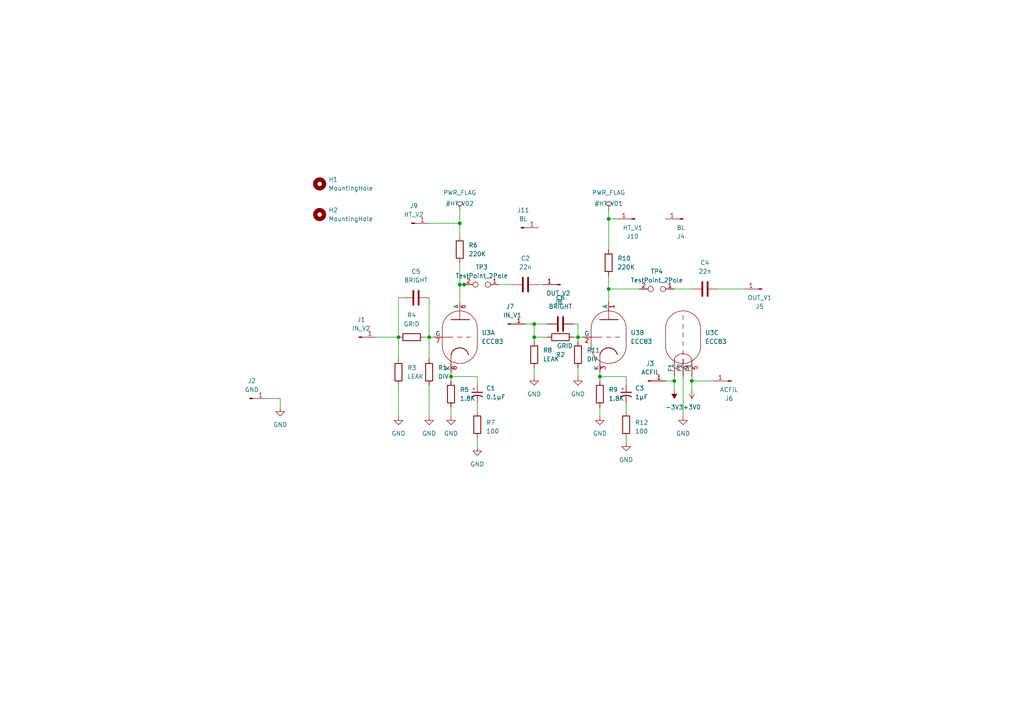
<source format=kicad_sch>
(kicad_sch (version 20230121) (generator eeschema)
  (paper "A4")
  (lib_symbols
    (symbol "Connector:Conn_01x01_Male" (pin_names (offset 1.016) hide)
      (property "Reference" "J" (at 0 2.54 0))
      (property "Value" "Conn_01x01_Male" (at 0 -2.54 0))
      (symbol "Conn_01x01_Male_1_1"
        (polyline (pts (xy 1.27 0) (xy 0.8636 0)) (stroke (width 0.1524)))
        (rectangle (start 0.8636 0.127) (end 0 -0.127) (stroke (width 0.1524)) (fill (type outline)))
        (pin passive line (at 5.08 0 180) (length 3.81) (name "Pin_1") (number "1"))
      )
    )
    (symbol "Connector:TestPoint_2Pole" (pin_names (offset 0.762) hide)
      (property "Reference" "TP" (at 0 1.524 0))
      (property "Value" "TestPoint_2Pole" (at 0 -1.778 0))
      (symbol "TestPoint_2Pole_0_1"
        (circle (center -1.778 0) (radius 0.762))
        (circle (center 1.778 0) (radius 0.762))
        (pin passive line (at -5.08 0 0) (length 2.54) (name "1") (number "1"))
        (pin passive line (at 5.08 0 180) (length 2.54) (name "2") (number "2"))
      )
    )
    (symbol "Device:C" (pin_numbers hide) (pin_names (offset 0.254))
      (property "Reference" "C" (at 0.635 2.54 0))
      (property "Value" "C" (at 0.635 -2.54 0))
      (symbol "C_0_1"
        (polyline (pts (xy -2.032 -0.762) (xy 2.032 -0.762)) (stroke (width 0.508)))
        (polyline (pts (xy -2.032 0.762) (xy 2.032 0.762)) (stroke (width 0.508)))
      )
      (symbol "C_1_1"
        (pin passive line (at 0 3.81 270) (length 2.794) (name "~") (number "1"))
        (pin passive line (at 0 -3.81 90) (length 2.794) (name "~") (number "2"))
      )
    )
    (symbol "Device:C_Polarized_Small_US" (pin_numbers hide) (pin_names (offset 0.254) hide)
      (property "Reference" "C" (at 0.254 1.778 0))
      (property "Value" "C_Polarized_Small_US" (at 0.254 -2.032 0))
      (symbol "C_Polarized_Small_US_0_1"
        (polyline (pts (xy -1.524 0.508) (xy 1.524 0.508)) (stroke (width 0.3048)))
        (polyline (pts (xy -1.27 1.524) (xy -0.762 1.524)))
        (polyline (pts (xy -1.016 1.27) (xy -1.016 1.778)))
        (arc (start 1.524 -0.762) (mid 0 -0.3734) (end -1.524 -0.762) (stroke (width 0.3048)))
      )
      (symbol "C_Polarized_Small_US_1_1"
        (pin passive line (at 0 2.54 270) (length 2.032) (name "~") (number "1"))
        (pin passive line (at 0 -2.54 90) (length 2.032) (name "~") (number "2"))
      )
    )
    (symbol "Device:R" (pin_numbers hide) (pin_names (offset 0))
      (property "Reference" "R" (at 2.032 0 90))
      (property "Value" "R" (at 0 0 90))
      (symbol "R_0_1"
        (rectangle (start -1.016 -2.54) (end 1.016 2.54) (stroke (width 0.254)))
      )
      (symbol "R_1_1"
        (pin passive line (at 0 3.81 270) (length 1.27) (name "~") (number "1"))
        (pin passive line (at 0 -3.81 90) (length 1.27) (name "~") (number "2"))
      )
    )
    (symbol "Mechanical:MountingHole" (pin_names (offset 1.016))
      (property "Reference" "H" (at 0 5.08 0))
      (property "Value" "MountingHole" (at 0 3.175 0))
      (symbol "MountingHole_0_1"
        (circle (center 0 0) (radius 1.27) (stroke (width 1.27)))
      )
    )
    (symbol "Valve:6N2P" (pin_names (offset 0))
      (property "Reference" "U" (at 3.302 7.874 0))
      (property "Value" "6N2P" (at 8.89 -7.62 0))
      (symbol "6N2P_0_1"
        (arc (start -5.08 -2.54) (mid 0 -7.5979) (end 5.08 -2.54))
        (polyline (pts (xy 5.08 2.54) (xy 5.08 -2.54)))
        (polyline (pts (xy -5.08 2.54) (xy -5.08 -2.54) (xy -5.08 -2.54)))
        (arc (start 5.08 2.54) (mid 0 7.5979) (end -5.08 2.54))
      )
      (symbol "6N2P_1_0"
        (polyline (pts (xy -2.54 -5.08) (xy -2.54 -7.62)))
        (polyline (pts (xy 0 5.08) (xy 0 7.62)))
      )
      (symbol "6N2P_1_1"
        (polyline (pts (xy -5.08 0) (xy -3.175 0)))
        (polyline (pts (xy -1.905 0) (xy -3.175 0)) (stroke (width 0.1524)))
        (polyline (pts (xy -0.635 0) (xy 0.635 0)) (stroke (width 0.1524)))
        (polyline (pts (xy 1.905 0) (xy 3.175 0)) (stroke (width 0.1524)))
        (polyline (pts (xy -2.54 5.08) (xy 2.794 5.08) (xy 2.794 5.08)) (stroke (width 0.254)))
        (arc (start 2.54 -5.08) (mid 0 -3.0968) (end -2.54 -5.08) (stroke (width 0.254)))
        (pin output line (at 0 10.16 270) (length 2.54) (name "A") (number "6"))
        (pin input line (at -7.62 0 0) (length 2.54) (name "G") (number "7"))
        (pin bidirectional line (at -2.54 -10.16 90) (length 2.54) (name "K") (number "8"))
      )
      (symbol "6N2P_2_0"
        (polyline (pts (xy -2.54 -5.08) (xy -2.54 -7.62)))
        (polyline (pts (xy 0 5.08) (xy 0 7.62)))
      )
      (symbol "6N2P_2_1"
        (polyline (pts (xy -5.08 0) (xy -3.175 0)))
        (polyline (pts (xy -1.905 0) (xy -3.175 0)) (stroke (width 0.1524)))
        (polyline (pts (xy -0.635 0) (xy 0.635 0)) (stroke (width 0.1524)))
        (polyline (pts (xy 1.905 0) (xy 3.175 0)) (stroke (width 0.1524)))
        (polyline (pts (xy -2.54 5.08) (xy 2.794 5.08) (xy 2.794 5.08)) (stroke (width 0.254)))
        (arc (start 2.54 -5.08) (mid 0 -3.0968) (end -2.54 -5.08) (stroke (width 0.254)))
        (pin output line (at 0 10.16 270) (length 2.54) (name "A") (number "1"))
        (pin input line (at -7.62 0 0) (length 2.54) (name "G") (number "2"))
        (pin bidirectional line (at -2.54 -10.16 90) (length 2.54) (name "K") (number "3"))
      )
      (symbol "6N2P_3_1"
        (polyline (pts (xy 0 -5.08) (xy 0 -3.81)))
        (polyline (pts (xy 0 -2.54) (xy 0 -1.27)))
        (polyline (pts (xy 0 0) (xy 0 1.27)))
        (polyline (pts (xy 0 2.54) (xy 0 3.81)))
        (polyline (pts (xy 0 5.08) (xy 0 6.35)))
        (arc (start 2.54 -6.35) (mid 0 -4.7823) (end -2.54 -6.35))
        (pin power_in line (at -2.54 -11.43 90) (length 5.08) (name "F1") (number "4"))
        (pin power_in line (at 2.54 -11.43 90) (length 5.08) (name "F1") (number "5"))
        (pin power_in line (at 0 -11.43 90) (length 5.08) (name "F2") (number "9"))
      )
    )
    (symbol "power:+3V0" (power) (pin_names (offset 0))
      (property "Value" "+3V0" (at 0 3.556 0))
      (symbol "+3V0_0_1"
        (polyline (pts (xy -0.762 1.27) (xy 0 2.54)))
        (polyline (pts (xy 0 0) (xy 0 2.54)))
        (polyline (pts (xy 0 2.54) (xy 0.762 1.27)))
      )
      (symbol "+3V0_1_1"
        (pin power_in line (at 0 0 90) (length 0) hide (name "+3V0") (number "1"))
      )
    )
    (symbol "power:-3V3" (power) (pin_names (offset 0))
      (property "Value" "-3V3" (at 0 3.81 0))
      (symbol "-3V3_0_0"
        (pin power_in line (at 0 0 90) (length 0) hide (name "-3V3") (number "1"))
      )
      (symbol "-3V3_0_1"
        (polyline (pts (xy 0 0) (xy 0 1.27) (xy 0.762 1.27) (xy 0 2.54) (xy -0.762 1.27) (xy 0 1.27)) (fill (type outline)))
      )
    )
    (symbol "power:GND" (power) (pin_names (offset 0))
      (property "Value" "GND" (at 0 -3.81 0))
      (symbol "GND_0_1"
        (polyline (pts (xy 0 0) (xy 0 -1.27) (xy 1.27 -1.27) (xy 0 -2.54) (xy -1.27 -1.27) (xy 0 -1.27)))
      )
      (symbol "GND_1_1"
        (pin power_in line (at 0 0 270) (length 0) hide (name "GND") (number "1"))
      )
    )
    (symbol "power:PWR_FLAG" (power) (pin_numbers hide) (pin_names (offset 0) hide)
      (property "Value" "PWR_FLAG" (at 0 3.81 0))
      (symbol "PWR_FLAG_0_0"
        (pin power_out line (at 0 0 90) (length 0) (name "pwr") (number "1"))
      )
      (symbol "PWR_FLAG_0_1"
        (polyline (pts (xy 0 0) (xy 0 1.27) (xy -1.016 1.905) (xy 0 2.54) (xy 1.016 1.905) (xy 0 1.27)))
      )
    )
  )
  (junction (at 176.53 63.5))
  (junction (at 200.66 110.49))
  (junction (at 133.35 82.55))
  (junction (at 134.62 82.55))
  (junction (at 176.53 83.82))
  (junction (at 130.81 109.22))
  (junction (at 133.35 64.77))
  (junction (at 173.99 109.22))
  (junction (at 195.58 110.49))
  (junction (at 154.94 93.98))
  (junction (at 154.94 97.79))
  (junction (at 167.64 97.79))
  (junction (at 115.57 97.79))
  (junction (at 124.46 97.79))
  (wire (pts (xy 116.84 86.36) (xy 115.57 86.36)))
  (wire (pts (xy 154.94 93.98) (xy 158.75 93.98)))
  (wire (pts (xy 130.81 118.11) (xy 130.81 120.65)))
  (wire (pts (xy 167.64 93.98) (xy 167.64 97.79)))
  (wire (pts (xy 200.66 110.49) (xy 207.01 110.49)))
  (wire (pts (xy 124.46 97.79) (xy 125.73 97.79)))
  (wire (pts (xy 176.53 63.5) (xy 176.53 72.39)))
  (wire (pts (xy 154.94 106.68) (xy 154.94 109.22)))
  (wire (pts (xy 123.19 97.79) (xy 124.46 97.79)))
  (wire (pts (xy 124.46 111.76) (xy 124.46 120.65)))
  (wire (pts (xy 195.58 83.82) (xy 200.66 83.82)))
  (wire (pts (xy 138.43 116.84) (xy 138.43 119.38)))
  (wire (pts (xy 144.78 82.55) (xy 148.59 82.55)))
  (wire (pts (xy 181.61 111.76) (xy 181.61 109.22)))
  (wire (pts (xy 181.61 127) (xy 181.61 128.27)))
  (wire (pts (xy 77.47 115.57) (xy 81.28 115.57)))
  (wire (pts (xy 176.53 83.82) (xy 176.53 87.63)))
  (wire (pts (xy 166.37 97.79) (xy 167.64 97.79)))
  (wire (pts (xy 195.58 109.22) (xy 195.58 110.49)))
  (wire (pts (xy 115.57 111.76) (xy 115.57 120.65)))
  (wire (pts (xy 166.37 93.98) (xy 167.64 93.98)))
  (wire (pts (xy 198.12 109.22) (xy 198.12 120.65)))
  (wire (pts (xy 154.94 93.98) (xy 154.94 97.79)))
  (wire (pts (xy 173.99 118.11) (xy 173.99 120.65)))
  (wire (pts (xy 193.04 110.49) (xy 195.58 110.49)))
  (wire (pts (xy 130.81 107.95) (xy 130.81 109.22)))
  (wire (pts (xy 138.43 127) (xy 138.43 129.54)))
  (wire (pts (xy 167.64 97.79) (xy 168.91 97.79)))
  (wire (pts (xy 124.46 64.77) (xy 133.35 64.77)))
  (wire (pts (xy 156.21 82.55) (xy 157.48 82.55)))
  (wire (pts (xy 176.53 60.96) (xy 176.53 63.5)))
  (wire (pts (xy 138.43 111.76) (xy 138.43 109.22)))
  (wire (pts (xy 130.81 109.22) (xy 138.43 109.22)))
  (wire (pts (xy 134.62 82.55) (xy 135.89 82.55)))
  (wire (pts (xy 154.94 97.79) (xy 154.94 99.06)))
  (wire (pts (xy 130.81 109.22) (xy 130.81 110.49)))
  (wire (pts (xy 173.99 109.22) (xy 173.99 110.49)))
  (wire (pts (xy 133.35 60.96) (xy 133.35 64.77)))
  (wire (pts (xy 133.35 76.2) (xy 133.35 82.55)))
  (wire (pts (xy 167.64 97.79) (xy 167.64 99.06)))
  (wire (pts (xy 133.35 82.55) (xy 133.35 87.63)))
  (wire (pts (xy 115.57 97.79) (xy 115.57 104.14)))
  (wire (pts (xy 176.53 63.5) (xy 179.07 63.5)))
  (wire (pts (xy 181.61 116.84) (xy 181.61 119.38)))
  (wire (pts (xy 173.99 109.22) (xy 181.61 109.22)))
  (wire (pts (xy 173.99 107.95) (xy 173.99 109.22)))
  (wire (pts (xy 109.22 97.79) (xy 115.57 97.79)))
  (wire (pts (xy 134.62 82.55) (xy 133.35 82.55)))
  (wire (pts (xy 200.66 109.22) (xy 200.66 110.49)))
  (wire (pts (xy 133.35 64.77) (xy 133.35 68.58)))
  (wire (pts (xy 176.53 83.82) (xy 185.42 83.82)))
  (wire (pts (xy 115.57 86.36) (xy 115.57 97.79)))
  (wire (pts (xy 154.94 97.79) (xy 158.75 97.79)))
  (wire (pts (xy 81.28 115.57) (xy 81.28 118.11)))
  (wire (pts (xy 124.46 86.36) (xy 124.46 97.79)))
  (wire (pts (xy 208.28 83.82) (xy 215.9 83.82)))
  (wire (pts (xy 152.4 93.98) (xy 154.94 93.98)))
  (wire (pts (xy 195.58 110.49) (xy 195.58 113.03)))
  (wire (pts (xy 200.66 110.49) (xy 200.66 113.03)))
  (wire (pts (xy 176.53 80.01) (xy 176.53 83.82)))
  (wire (pts (xy 124.46 97.79) (xy 124.46 104.14)))
  (wire (pts (xy 167.64 106.68) (xy 167.64 109.22)))
  (symbol (lib_id "Connector:Conn_01x01_Male") (at 184.15 63.5 180) (unit 1)
    (property "Reference" "J10" (at 183.515 68.58 0))
    (property "Value" "HT_V1" (at 183.515 66.04 0))
    (property "Footprint" "Connector_Wire:SolderWire-0.75sqmm_1x01_D1.25mm_OD3.5mm" (effects hide))
  )
  (symbol (lib_id "Device:C") (at 162.56 93.98 90) (unit 1)
    (property "Reference" "C6" (at 162.56 86.36 90))
    (property "Value" "BRIGHT" (at 162.56 88.9 90))
    (property "Footprint" "Capacitor_THT:C_Rect_L9.0mm_W4.2mm_P7.50mm_MKT" (effects hide))
  )
  (symbol (lib_id "power:GND") (at 167.64 109.22 0) (unit 1)
    (property "Reference" "#PWR0101" (effects hide))
    (property "Value" "GND" (at 167.64 114.3 0))
  )
  (symbol (lib_id "Device:R") (at 115.57 107.95 0) (unit 1)
    (property "Reference" "R3" (at 118.11 106.6799 0) (effects (justify left)))
    (property "Value" "LEAK" (at 118.11 109.2199 0) (effects (justify left)))
    (property "Footprint" "Resistor_THT:R_Axial_DIN0309_L9.0mm_D3.2mm_P15.24mm_Horizontal" (effects hide))
  )
  (symbol (lib_id "power:GND") (at 154.94 109.22 0) (unit 1)
    (property "Reference" "#PWR0111" (effects hide))
    (property "Value" "GND" (at 154.94 114.3 0))
  )
  (symbol (lib_id "Connector:Conn_01x01_Male") (at 187.96 110.49 0) (unit 1)
    (property "Reference" "J3" (at 188.595 105.41 0))
    (property "Value" "ACFIL" (at 188.595 107.95 0))
    (property "Footprint" "Connector_Wire:SolderWire-0.75sqmm_1x01_D1.25mm_OD3.5mm" (effects hide))
  )
  (symbol (lib_id "Mechanical:MountingHole") (at 92.71 53.34 0) (unit 1)
    (property "Reference" "H1" (at 95.25 52.0699 0) (effects (justify left)))
    (property "Value" "MountingHole" (at 95.25 54.6099 0) (effects (justify left)))
    (property "Footprint" "MountingHole:MountingHole_3.2mm_M3" (effects hide))
  )
  (symbol (lib_id "power:GND") (at 115.57 120.65 0) (unit 1)
    (property "Reference" "#PWR0107" (effects hide))
    (property "Value" "GND" (at 115.57 125.73 0))
  )
  (symbol (lib_id "power:GND") (at 81.28 118.11 0) (unit 1)
    (property "Reference" "#PWR0102" (effects hide))
    (property "Value" "GND" (at 81.28 123.19 0))
  )
  (symbol (lib_id "Device:C") (at 152.4 82.55 90) (unit 1)
    (property "Reference" "C2" (at 152.4 74.93 90))
    (property "Value" "22n" (at 152.4 77.47 90))
    (property "Footprint" "Capacitor_THT:C_Rect_L11.0mm_W4.2mm_P10.00mm_MKT" (effects hide))
  )
  (symbol (lib_id "Connector:Conn_01x01_Male") (at 147.32 93.98 0) (unit 1)
    (property "Reference" "J7" (at 147.955 88.9 0))
    (property "Value" "IN_V1" (at 148.59 91.44 0))
    (property "Footprint" "Connector_Wire:SolderWire-0.75sqmm_1x01_D1.25mm_OD3.5mm" (effects hide))
  )
  (symbol (lib_id "Device:R") (at 133.35 72.39 0) (unit 1)
    (property "Reference" "R6" (at 135.89 71.1199 0) (effects (justify left)))
    (property "Value" "220K" (at 135.89 73.6599 0) (effects (justify left)))
    (property "Footprint" "Resistor_THT:R_Axial_DIN0309_L9.0mm_D3.2mm_P15.24mm_Horizontal" (effects hide))
  )
  (symbol (lib_id "Mechanical:MountingHole") (at 92.71 62.23 0) (unit 1)
    (property "Reference" "H2" (at 95.25 60.9599 0) (effects (justify left)))
    (property "Value" "MountingHole" (at 95.25 63.4999 0) (effects (justify left)))
    (property "Footprint" "MountingHole:MountingHole_3.2mm_M3" (effects hide))
  )
  (symbol (lib_id "power:GND") (at 173.99 120.65 0) (unit 1)
    (property "Reference" "#PWR0112" (effects hide))
    (property "Value" "GND" (at 173.99 125.73 0))
  )
  (symbol (lib_id "Valve:6N2P") (at 176.53 97.79 0) (unit 2)
    (property "Reference" "U3" (at 182.88 96.5199 0) (effects (justify left)))
    (property "Value" "ECC83" (at 182.88 99.0599 0) (effects (justify left)))
    (property "Footprint" "Valve:Valve_6N2P" (effects hide))
    (property "Datasheet" "http://www.r-type.org/pdfs/6n2p.pdf" (effects hide))
  )
  (symbol (lib_id "Device:R") (at 138.43 123.19 0) (unit 1)
    (property "Reference" "R7" (at 140.97 122.555 0) (effects (justify left)))
    (property "Value" "100" (at 140.97 125.095 0) (effects (justify left)))
    (property "Footprint" "Resistor_THT:R_Axial_DIN0207_L6.3mm_D2.5mm_P7.62mm_Horizontal" (effects hide))
  )
  (symbol (lib_id "power:GND") (at 138.43 129.54 0) (unit 1)
    (property "Reference" "#PWR01" (effects hide))
    (property "Value" "GND" (at 138.43 134.62 0))
  )
  (symbol (lib_id "Valve:6N2P") (at 133.35 97.79 0) (unit 1)
    (property "Reference" "U3" (at 139.7 96.5199 0) (effects (justify left)))
    (property "Value" "ECC83" (at 139.7 99.0599 0) (effects (justify left)))
    (property "Footprint" "Valve:Valve_6N2P" (effects hide))
    (property "Datasheet" "http://www.r-type.org/pdfs/6n2p.pdf" (effects hide))
  )
  (symbol (lib_id "Connector:Conn_01x01_Male") (at 151.13 66.04 0) (unit 1)
    (property "Reference" "J11" (at 151.765 60.96 0))
    (property "Value" "BL" (at 151.765 63.5 0))
    (property "Footprint" "Connector_Wire:SolderWire-0.75sqmm_1x01_D1.25mm_OD3.5mm" (effects hide))
  )
  (symbol (lib_id "Connector:Conn_01x01_Male") (at 162.56 82.55 180) (unit 1)
    (property "Reference" "J8" (at 161.925 87.63 0))
    (property "Value" "OUT_V2" (at 161.925 85.09 0))
    (property "Footprint" "Connector_Wire:SolderWire-0.75sqmm_1x01_D1.25mm_OD3.5mm" (effects hide))
  )
  (symbol (lib_id "Connector:Conn_01x01_Male") (at 198.12 63.5 180) (unit 1)
    (property "Reference" "J4" (at 197.485 68.58 0))
    (property "Value" "BL" (at 197.485 66.04 0))
    (property "Footprint" "Connector_Wire:SolderWire-0.75sqmm_1x01_D1.25mm_OD3.5mm" (effects hide))
  )
  (symbol (lib_id "Connector:Conn_01x01_Male") (at 212.09 110.49 180) (unit 1)
    (property "Reference" "J6" (at 211.455 115.57 0))
    (property "Value" "ACFIL" (at 211.455 113.03 0))
    (property "Footprint" "Connector_Wire:SolderWire-0.75sqmm_1x01_D1.25mm_OD3.5mm" (effects hide))
  )
  (symbol (lib_id "Device:R") (at 130.81 114.3 0) (unit 1)
    (property "Reference" "R5" (at 133.35 113.0299 0) (effects (justify left)))
    (property "Value" "1.8K" (at 133.35 115.5699 0) (effects (justify left)))
    (property "Footprint" "Resistor_THT:R_Axial_DIN0309_L9.0mm_D3.2mm_P15.24mm_Horizontal" (effects hide))
  )
  (symbol (lib_id "Device:R") (at 124.46 107.95 180) (unit 1)
    (property "Reference" "R1" (at 127 106.6799 0) (effects (justify right)))
    (property "Value" "DIV" (at 127 109.2199 0) (effects (justify right)))
    (property "Footprint" "Resistor_THT:R_Axial_DIN0309_L9.0mm_D3.2mm_P15.24mm_Horizontal" (effects hide))
  )
  (symbol (lib_id "Device:R") (at 173.99 114.3 0) (unit 1)
    (property "Reference" "R9" (at 176.53 113.0299 0) (effects (justify left)))
    (property "Value" "1.8K" (at 176.53 115.5699 0) (effects (justify left)))
    (property "Footprint" "Resistor_THT:R_Axial_DIN0309_L9.0mm_D3.2mm_P15.24mm_Horizontal" (effects hide))
  )
  (symbol (lib_id "Connector:Conn_01x01_Male") (at 220.98 83.82 180) (unit 1)
    (property "Reference" "J5" (at 220.345 88.9 0))
    (property "Value" "OUT_V1" (at 220.345 86.36 0))
    (property "Footprint" "Connector_Wire:SolderWire-0.75sqmm_1x01_D1.25mm_OD3.5mm" (effects hide))
  )
  (symbol (lib_id "Connector:TestPoint_2Pole") (at 139.7 82.55 180) (unit 1)
    (property "Reference" "TP3" (at 139.7 77.47 0))
    (property "Value" "TestPoint_2Pole" (at 139.7 80.01 0))
    (property "Footprint" "TestPoint:TestPoint_2Pads_Pitch2.54mm_Drill0.8mm" (effects hide))
  )
  (symbol (lib_id "Connector:TestPoint_2Pole") (at 190.5 83.82 180) (unit 1)
    (property "Reference" "TP4" (at 190.5 78.74 0))
    (property "Value" "TestPoint_2Pole" (at 190.5 81.28 0))
    (property "Footprint" "TestPoint:TestPoint_2Pads_Pitch2.54mm_Drill0.8mm" (effects hide))
  )
  (symbol (lib_id "power:+3V0") (at 200.66 113.03 180) (unit 1)
    (property "Reference" "#PWR0110" (effects hide))
    (property "Value" "+3V0" (at 200.66 118.11 0))
  )
  (symbol (lib_id "Connector:Conn_01x01_Male") (at 119.38 64.77 0) (unit 1)
    (property "Reference" "J9" (at 120.015 59.69 0))
    (property "Value" "HT_V2" (at 120.015 62.23 0))
    (property "Footprint" "Connector_Wire:SolderWire-0.75sqmm_1x01_D1.25mm_OD3.5mm" (effects hide))
  )
  (symbol (lib_id "power:GND") (at 198.12 120.65 0) (unit 1)
    (property "Reference" "#PWR0109" (effects hide))
    (property "Value" "GND" (at 198.12 125.73 0))
  )
  (symbol (lib_id "Device:R") (at 154.94 102.87 180) (unit 1)
    (property "Reference" "R8" (at 157.48 101.5999 0) (effects (justify right)))
    (property "Value" "LEAK" (at 157.48 104.1399 0) (effects (justify right)))
    (property "Footprint" "Resistor_THT:R_Axial_DIN0309_L9.0mm_D3.2mm_P15.24mm_Horizontal" (effects hide))
  )
  (symbol (lib_id "power:GND") (at 181.61 128.27 0) (unit 1)
    (property "Reference" "#PWR02" (effects hide))
    (property "Value" "GND" (at 181.61 133.35 0))
  )
  (symbol (lib_id "Device:C") (at 120.65 86.36 90) (unit 1)
    (property "Reference" "C5" (at 120.65 78.74 90))
    (property "Value" "BRIGHT" (at 120.65 81.28 90))
    (property "Footprint" "Capacitor_THT:C_Rect_L9.0mm_W4.2mm_P7.50mm_MKT" (effects hide))
  )
  (symbol (lib_id "power:GND") (at 124.46 120.65 0) (unit 1)
    (property "Reference" "#PWR0103" (effects hide))
    (property "Value" "GND" (at 124.46 125.73 0))
  )
  (symbol (lib_id "power:-3V3") (at 195.58 113.03 180) (unit 1)
    (property "Reference" "#PWR0108" (effects hide))
    (property "Value" "-3V3" (at 195.58 118.11 0))
  )
  (symbol (lib_id "Connector:Conn_01x01_Male") (at 72.39 115.57 0) (unit 1)
    (property "Reference" "J2" (at 73.025 110.49 0))
    (property "Value" "GND" (at 73.025 113.03 0))
    (property "Footprint" "Connector_Wire:SolderWire-1.5sqmm_1x01_D1.7mm_OD3.9mm" (effects hide))
  )
  (symbol (lib_id "Device:C_Polarized_Small_US") (at 181.61 114.3 0) (unit 1)
    (property "Reference" "C3" (at 184.15 112.5981 0) (effects (justify left)))
    (property "Value" "1µF" (at 184.15 115.1381 0) (effects (justify left)))
    (property "Footprint" "Capacitor_THT:CP_Radial_D5.0mm_P2.50mm" (effects hide))
  )
  (symbol (lib_id "Device:R") (at 167.64 102.87 180) (unit 1)
    (property "Reference" "R11" (at 170.18 101.5999 0) (effects (justify right)))
    (property "Value" "DIV" (at 170.18 104.1399 0) (effects (justify right)))
    (property "Footprint" "Resistor_THT:R_Axial_DIN0309_L9.0mm_D3.2mm_P15.24mm_Horizontal" (effects hide))
  )
  (symbol (lib_id "power:PWR_FLAG") (at 133.35 60.96 0) (unit 1)
    (property "Reference" "#HT_V02" (at 133.35 59.055 0))
    (property "Value" "PWR_FLAG" (at 133.35 55.88 0))
    (property "Footprint" "Connector_Wire:SolderWire-0.75sqmm_1x01_D1.25mm_OD3.5mm" (effects hide))
  )
  (symbol (lib_id "Device:C_Polarized_Small_US") (at 138.43 114.3 0) (unit 1)
    (property "Reference" "C1" (at 140.97 112.5981 0) (effects (justify left)))
    (property "Value" "0.1µF" (at 140.97 115.1381 0) (effects (justify left)))
    (property "Footprint" "Capacitor_THT:CP_Radial_D5.0mm_P2.50mm" (effects hide))
  )
  (symbol (lib_id "Connector:Conn_01x01_Male") (at 104.14 97.79 0) (unit 1)
    (property "Reference" "J1" (at 104.775 92.71 0))
    (property "Value" "IN_V2" (at 104.775 95.25 0))
    (property "Footprint" "Connector_Wire:SolderWire-0.75sqmm_1x01_D1.25mm_OD3.5mm" (effects hide))
  )
  (symbol (lib_id "Device:R") (at 162.56 97.79 90) (unit 1)
    (property "Reference" "R2" (at 162.56 102.87 90))
    (property "Value" "GRID" (at 163.83 100.33 90))
    (property "Footprint" "Resistor_THT:R_Axial_DIN0309_L9.0mm_D3.2mm_P15.24mm_Horizontal" (effects hide))
  )
  (symbol (lib_id "power:PWR_FLAG") (at 176.53 60.96 0) (unit 1)
    (property "Reference" "#HT_V01" (at 176.53 59.055 0))
    (property "Value" "PWR_FLAG" (at 176.53 55.88 0))
    (property "Footprint" "Connector_Wire:SolderWire-0.75sqmm_1x01_D1.25mm_OD3.5mm" (effects hide))
  )
  (symbol (lib_id "Device:R") (at 176.53 76.2 0) (unit 1)
    (property "Reference" "R10" (at 179.07 74.9299 0) (effects (justify left)))
    (property "Value" "220K" (at 179.07 77.4699 0) (effects (justify left)))
    (property "Footprint" "Resistor_THT:R_Axial_DIN0309_L9.0mm_D3.2mm_P15.24mm_Horizontal" (effects hide))
  )
  (symbol (lib_id "power:GND") (at 130.81 120.65 0) (unit 1)
    (property "Reference" "#PWR0106" (effects hide))
    (property "Value" "GND" (at 130.81 125.73 0))
  )
  (symbol (lib_id "Device:C") (at 204.47 83.82 90) (unit 1)
    (property "Reference" "C4" (at 204.47 76.2 90))
    (property "Value" "22n" (at 204.47 78.74 90))
    (property "Footprint" "Capacitor_THT:C_Rect_L11.0mm_W4.2mm_P10.00mm_MKT" (effects hide))
  )
  (symbol (lib_id "Device:R") (at 181.61 123.19 0) (unit 1)
    (property "Reference" "R12" (at 184.15 122.555 0) (effects (justify left)))
    (property "Value" "100" (at 184.15 125.095 0) (effects (justify left)))
    (property "Footprint" "Resistor_THT:R_Axial_DIN0207_L6.3mm_D2.5mm_P7.62mm_Horizontal" (effects hide))
  )
  (symbol (lib_id "Valve:6N2P") (at 198.12 97.79 0) (unit 3)
    (property "Reference" "U3" (at 204.47 96.5199 0) (effects (justify left)))
    (property "Value" "ECC83" (at 204.47 99.0599 0) (effects (justify left)))
    (property "Footprint" "Valve:Valve_6N2P" (effects hide))
    (property "Datasheet" "http://www.r-type.org/pdfs/6n2p.pdf" (effects hide))
  )
  (symbol (lib_id "Device:R") (at 119.38 97.79 90) (unit 1)
    (property "Reference" "R4" (at 119.38 91.44 90))
    (property "Value" "GRID" (at 119.38 93.98 90))
    (property "Footprint" "Resistor_THT:R_Axial_DIN0309_L9.0mm_D3.2mm_P15.24mm_Horizontal" (effects hide))
  )
)
</source>
